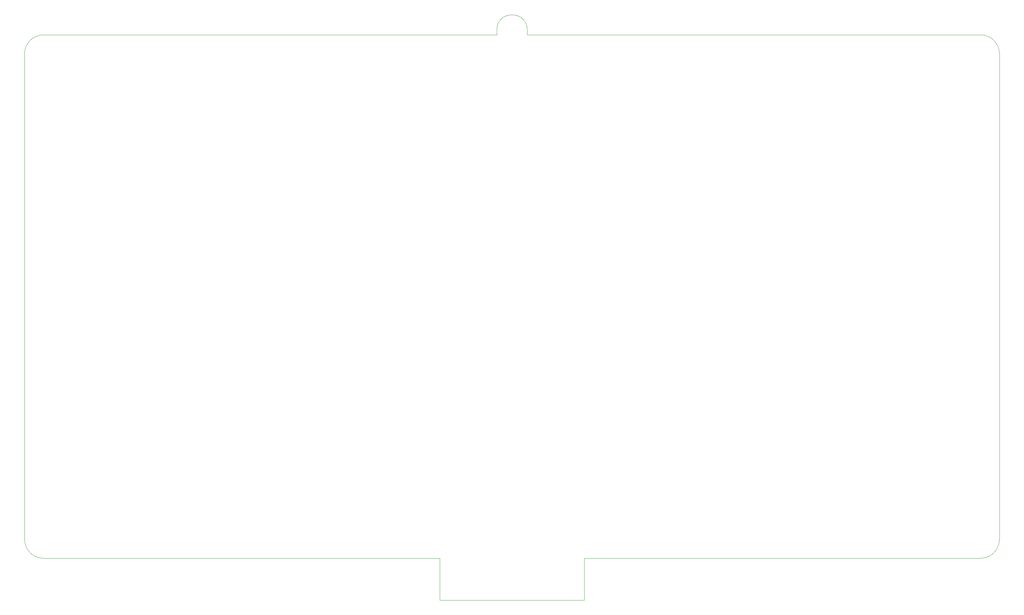
<source format=gbr>
%TF.GenerationSoftware,KiCad,Pcbnew,7.0.1*%
%TF.CreationDate,2025-05-26T21:05:53+02:00*%
%TF.ProjectId,federkontaktplatine,66656465-726b-46f6-9e74-616b74706c61,rev?*%
%TF.SameCoordinates,Original*%
%TF.FileFunction,Profile,NP*%
%FSLAX46Y46*%
G04 Gerber Fmt 4.6, Leading zero omitted, Abs format (unit mm)*
G04 Created by KiCad (PCBNEW 7.0.1) date 2025-05-26 21:05:53*
%MOMM*%
%LPD*%
G01*
G04 APERTURE LIST*
%TA.AperFunction,Profile*%
%ADD10C,0.100000*%
%TD*%
G04 APERTURE END LIST*
D10*
X276000000Y-25500000D02*
G75*
G03*
X271000000Y-20500000I-5000000J0D01*
G01*
X25000000Y-20500001D02*
G75*
G03*
X20000001Y-25500000I0J-4999999D01*
G01*
X144000000Y-19250000D02*
X144000000Y-20500000D01*
X152000000Y-19250000D02*
X152000000Y-20500000D01*
X152000000Y-19250000D02*
G75*
G03*
X144000000Y-19250000I-4000000J0D01*
G01*
X152000000Y-20500000D02*
X271000000Y-20500000D01*
X20000000Y-153000000D02*
G75*
G03*
X25000000Y-158000000I5000000J0D01*
G01*
X20000001Y-25500000D02*
X20000000Y-153000000D01*
X129000000Y-169000000D02*
X167000000Y-169000000D01*
X129000000Y-158000000D02*
X25000000Y-158000000D01*
X167000000Y-158000000D02*
X271000000Y-158000000D01*
X276000000Y-153000000D02*
X276000000Y-25500000D01*
X167000000Y-169000000D02*
X167000000Y-158000000D01*
X25000000Y-20500000D02*
X144000000Y-20500000D01*
X129000000Y-158000000D02*
X129000000Y-169000000D01*
X271000000Y-158000000D02*
G75*
G03*
X276000000Y-153000000I0J5000000D01*
G01*
M02*

</source>
